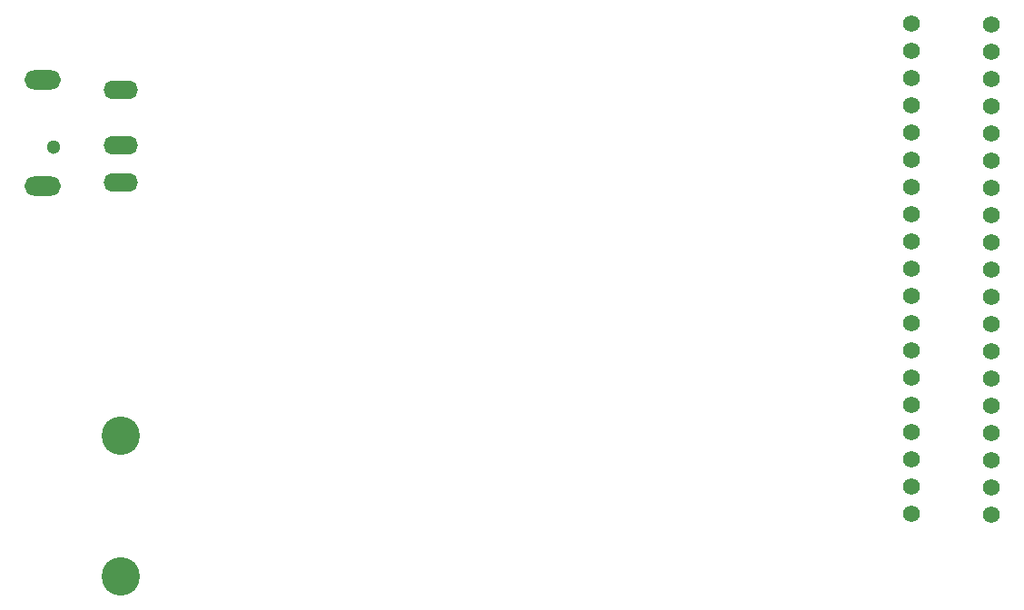
<source format=gbs>
%TF.GenerationSoftware,KiCad,Pcbnew,8.0.3*%
%TF.CreationDate,2024-09-12T11:00:01-04:00*%
%TF.ProjectId,G7 Senior Design V2,47372053-656e-4696-9f72-204465736967,rev?*%
%TF.SameCoordinates,Original*%
%TF.FileFunction,Soldermask,Bot*%
%TF.FilePolarity,Negative*%
%FSLAX46Y46*%
G04 Gerber Fmt 4.6, Leading zero omitted, Abs format (unit mm)*
G04 Created by KiCad (PCBNEW 8.0.3) date 2024-09-12 11:00:01*
%MOMM*%
%LPD*%
G01*
G04 APERTURE LIST*
%ADD10C,1.574800*%
%ADD11C,1.300000*%
%ADD12O,3.204000X1.704000*%
%ADD13O,3.404000X1.804000*%
%ADD14C,3.580000*%
G04 APERTURE END LIST*
D10*
%TO.C,J4*%
X184500000Y-117200000D03*
X184500000Y-114660000D03*
X184500000Y-112120000D03*
X184500000Y-109580000D03*
X184500000Y-107040000D03*
X184500000Y-104500000D03*
X184500000Y-101960000D03*
X184500000Y-99420000D03*
X184500000Y-96880000D03*
X184500000Y-94340000D03*
X184500000Y-91800000D03*
X184500000Y-89260000D03*
X184500000Y-86720000D03*
X184500000Y-84180000D03*
X184500000Y-81640000D03*
X184500000Y-79100000D03*
X184500000Y-76560000D03*
X184500000Y-74020000D03*
X184500000Y-71480000D03*
%TD*%
%TO.C,J3*%
X192000000Y-117360000D03*
X192000000Y-114820000D03*
X192000000Y-112280000D03*
X192000000Y-109740000D03*
X192000000Y-107200000D03*
X192000000Y-104660000D03*
X192000000Y-102120000D03*
X192000000Y-99580000D03*
X192000000Y-97040000D03*
X192000000Y-94500000D03*
X192000000Y-91960000D03*
X192000000Y-89420000D03*
X192000000Y-86880000D03*
X192000000Y-84340000D03*
X192000000Y-81800000D03*
X192000000Y-79260000D03*
X192000000Y-76720000D03*
X192000000Y-74180000D03*
X192000000Y-71640000D03*
%TD*%
D11*
%TO.C,J2*%
X104500000Y-83000000D03*
D12*
X110800000Y-86300000D03*
X110800000Y-77700000D03*
X110800000Y-82900000D03*
D13*
X103500000Y-86700000D03*
X103500000Y-76800000D03*
%TD*%
D14*
%TO.C,J1*%
X110792500Y-109930000D03*
X110792500Y-123070000D03*
%TD*%
M02*

</source>
